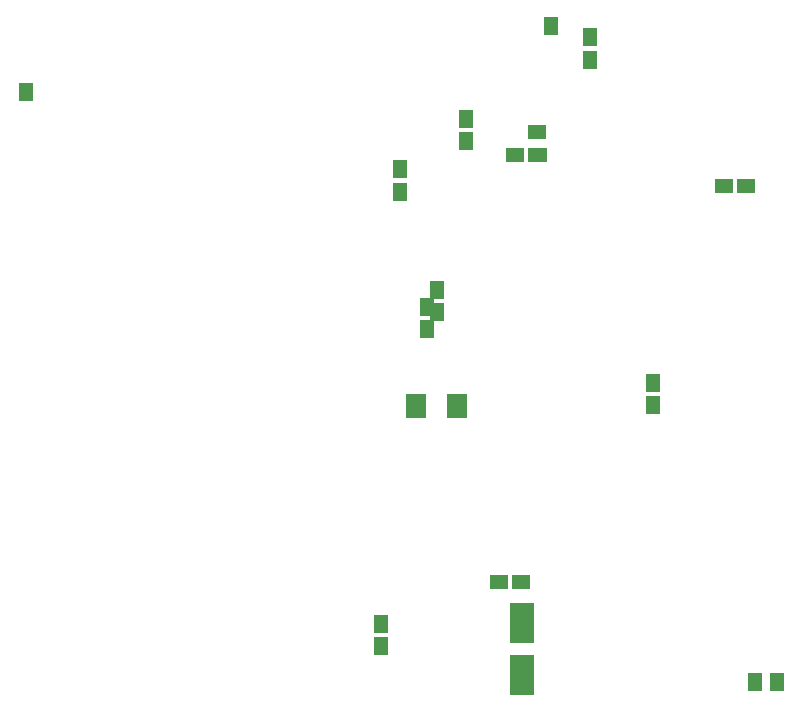
<source format=gbr>
From febcb5a93316b2dc0b8c1c9daf046b03c5e7beeb Mon Sep 17 00:00:00 2001
From: jaseg <git@jaseg.net>
Date: Wed, 6 Sep 2017 14:03:07 +0200
Subject: Fixes for second prototype (v0.3)

---
 hw/chibi/chibi_2024/gerbers/chibi_2024-F.Mask.gbr | 37 ++++++++++++-----------
 1 file changed, 20 insertions(+), 17 deletions(-)

(limited to 'hw/chibi/chibi_2024/gerbers/chibi_2024-F.Mask.gbr')

diff --git a/hw/chibi/chibi_2024/gerbers/chibi_2024-F.Mask.gbr b/hw/chibi/chibi_2024/gerbers/chibi_2024-F.Mask.gbr
index f81182b..fa03199 100644
--- a/hw/chibi/chibi_2024/gerbers/chibi_2024-F.Mask.gbr
+++ b/hw/chibi/chibi_2024/gerbers/chibi_2024-F.Mask.gbr
@@ -1,7 +1,7 @@
 G04 #@! TF.FileFunction,Soldermask,Top*
 %FSLAX46Y46*%
 G04 Gerber Fmt 4.6, Leading zero omitted, Abs format (unit mm)*
-G04 Created by KiCad (PCBNEW 4.0.4-1.fc24-product) date Fri Jul 21 09:28:46 2017*
+G04 Created by KiCad (PCBNEW 4.0.6) date Wed Sep  6 13:58:48 2017*
 %MOMM*%
 %LPD*%
 G01*
@@ -15,11 +15,11 @@ G04 APERTURE LIST*
 %ADD16R,1.416000X2.432000*%
 %ADD17R,1.850000X0.850000*%
 %ADD18R,1.950000X1.000000*%
-%ADD19R,1.150000X1.600000*%
+%ADD19R,1.600000X1.150000*%
 %ADD20R,2.000200X3.399740*%
 %ADD21R,1.700480X2.099260*%
 %ADD22R,2.099260X1.700480*%
-%ADD23R,1.600000X1.150000*%
+%ADD23R,1.150000X1.600000*%
 %ADD24R,1.197560X1.197560*%
 %ADD25C,2.749500*%
 %ADD26R,2.127200X2.432000*%
@@ -985,8 +985,8 @@ X114000000Y-70635000D03*
 X114000000Y-69365000D03*
 X114000000Y-68095000D03*
 D19*
-X96400000Y-61300000D03*
-X96400000Y-63200000D03*
+X94554000Y-63246000D03*
+X96454000Y-63246000D03*
 D20*
 X95150000Y-102850360D03*
 X95150000Y-107249640D03*
@@ -1003,21 +1003,22 @@ D21*
 X86133940Y-84455000D03*
 X89634060Y-84455000D03*
 D23*
-X116700000Y-107850000D03*
-X114800000Y-107850000D03*
+X83185000Y-104836000D03*
+X83185000Y-102936000D03*
+D19*
 X112200000Y-65825000D03*
 X114100000Y-65825000D03*
-D19*
+D23*
 X106225000Y-84400000D03*
 X106225000Y-82500000D03*
 X84800000Y-64450000D03*
 X84800000Y-66350000D03*
-X87050000Y-78000000D03*
-X87050000Y-76100000D03*
-D23*
+X87884000Y-74615000D03*
+X87884000Y-76515000D03*
+D19*
 X93150000Y-99350000D03*
 X95050000Y-99350000D03*
-D19*
+D23*
 X90400000Y-60150000D03*
 X90400000Y-62050000D03*
 X97600000Y-52325000D03*
@@ -1080,10 +1081,12 @@ X53108860Y-57912000D03*
 D14*
 X88550000Y-80175000D03*
 X88550000Y-82375000D03*
-X88250000Y-62375000D03*
-X88250000Y-60175000D03*
-X106125000Y-70350000D03*
-X106125000Y-72550000D03*
+D30*
+X96604000Y-60452000D03*
+X94404000Y-60452000D03*
+D14*
+X105918000Y-70401000D03*
+X105918000Y-72601000D03*
 X108075000Y-62725000D03*
 X108075000Y-60525000D03*
 D30*
@@ -1229,7 +1232,7 @@ X95098080Y-55199120D03*
 X92801920Y-51500880D03*
 X92801920Y-55199120D03*
 X95098080Y-51500880D03*
-D19*
+D23*
 X100900000Y-53250000D03*
 X100900000Y-55150000D03*
 D11*
-- 
cgit 


</source>
